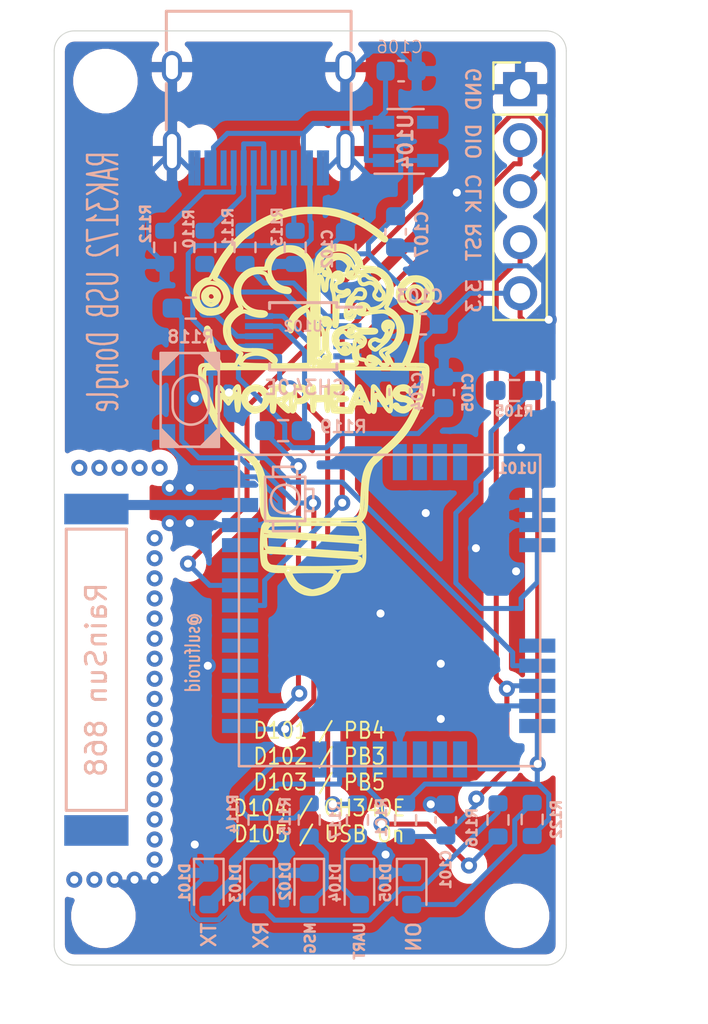
<source format=kicad_pcb>
(kicad_pcb (version 20171130) (host pcbnew "(5.1.12)-1")
  (layers (0 F.Cu signal) (31 B.Cu signal) (34 B.Paste user) (35 F.Paste user) (36 B.SilkS user) (37 F.SilkS user) (38 B.Mask user) (39 F.Mask user) (44 Edge.Cuts user))
  (net 0 "")
  (net 1 GND)
  (net 2 +3V3)
  (net 3 /RESET)
  (net 4 /SWCLK)
  (net 5 /SWDIO)
  (net 6 "Net-(J104-PadA7)")
  (net 7 "Net-(J104-PadA6)")
  (net 8 "Net-(J104-PadB5)")
  (net 9 "Net-(J104-PadA5)")
  (net 10 /BUT2)
  (net 11 /USB-)
  (net 12 /USB+)
  (net 13 /UART2TX)
  (net 14 /UART2RX)
  (net 15 "Net-(D101-Pad2)")
  (net 16 "Net-(D102-Pad2)")
  (net 17 "Net-(D103-Pad2)")
  (net 18 "Net-(R114-Pad1)")
  (net 19 "Net-(R115-Pad1)")
  (net 20 "Net-(R116-Pad1)")
  (net 21 /VUSB)
  (net 22 "Net-(D104-Pad2)")
  (net 23 "Net-(D105-Pad2)")
  (net 24 "Net-(R117-Pad1)")
  (net 25 "Net-(R118-Pad2)")
  (net 26 "Net-(R119-Pad2)")
  (net 27 "Net-(SW105-Pad1)")
  (net 28 "Net-(U101-Pad12)")
  (module 18650:LOGOMORH (layer F.Cu) (at 77.9 69.7)
    (fp_text reference REF** hide)
    (fp_text value LOGOMORH)
  )
  (module Capacitor_SMD:C_0603_1608Metric (layer B.Cu) (at 84.5 78.275 270)
    (fp_text reference C101 (at 2.475 0 270) (layer B.SilkS) (effects (font (size 0.5 0.5) (thickness 0.125)) (justify mirror)))
    (fp_text value 100nF)
    (pad 2 smd roundrect (at 0.775 0 270) (size 0.9 0.95) (layers B.Cu B.Paste B.Mask) (net 3 /RESET))
    (pad 1 smd roundrect (at -0.775 0 270) (size 0.9 0.95) (layers B.Cu B.Paste B.Mask) (net 1 GND))
  )
  (module Capacitor_SMD:C_0603_1608Metric (layer B.Cu) (at 79.5 49.775 270)
    (fp_text reference C102 (at 0.075 0.9 270) (layer B.SilkS) (effects (font (size 0.5 0.5) (thickness 0.125)) (justify mirror)))
    (fp_text value 100nF)
    (pad 1 smd roundrect (at -0.775 0 270) (size 0.9 0.95) (layers B.Cu B.Paste B.Mask) (net 1 GND))
    (pad 2 smd roundrect (at 0.775 0 270) (size 0.9 0.95) (layers B.Cu B.Paste B.Mask) (net 2 +3V3))
  )
  (module Resistor_SMD:R_0603_1608Metric (layer B.Cu) (at 82.5 78.275 270)
    (fp_text reference R101 (at -0.125 1.2 90) (layer B.SilkS) (effects (font (size 0.5 0.5) (thickness 0.125)) (justify mirror)))
    (fp_text value 10k)
    (pad 1 smd roundrect (at -0.825 0 270) (size 0.8 0.95) (layers B.Cu B.Paste B.Mask) (net 2 +3V3))
    (pad 2 smd roundrect (at 0.825 0 270) (size 0.8 0.95) (layers B.Cu B.Paste B.Mask) (net 3 /RESET))
  )
  (module 27sharp:RAK3172 (layer B.Cu) (at 89.2 60.1 270)
    (fp_text reference U101 (at 0.675 1.125 180) (layer B.SilkS) (effects (font (size 0.5 0.5) (thickness 0.125)) (justify mirror)))
    (fp_text value RAK3172)
    (pad 32 smd rect (at 15.165 10.99 90) (size 1.8 0.7) (layers B.Cu B.Paste B.Mask) (net 19 "Net-(R115-Pad1)"))
    (pad 31 smd rect (at 15.165 9.99 90) (size 1.8 0.7) (layers B.Cu B.Paste B.Mask) (net 18 "Net-(R114-Pad1)"))
    (pad 30 smd rect (at 15.165 8.99 90) (size 1.8 0.7) (layers B.Cu B.Paste B.Mask) (net 20 "Net-(R116-Pad1)"))
    (pad 29 smd rect (at 15.165 7.99 90) (size 1.8 0.7) (layers B.Cu B.Paste B.Mask))
    (pad 28 smd rect (at 15.165 6.99 90) (size 1.8 0.7) (layers B.Cu B.Paste B.Mask) (net 1 GND))
    (pad 27 smd rect (at 15.165 5.99 90) (size 1.8 0.7) (layers B.Cu B.Paste B.Mask))
    (pad 26 smd rect (at 15.165 4.99 90) (size 1.8 0.7) (layers B.Cu B.Paste B.Mask))
    (pad 25 smd rect (at 15.165 3.99 90) (size 1.8 0.7) (layers B.Cu B.Paste B.Mask))
    (pad 24 smd rect (at 13.5 0.145 180) (size 1.8 0.7) (layers B.Cu B.Paste B.Mask) (net 2 +3V3))
    (pad 23 smd rect (at 12.5 0.145 180) (size 1.8 0.7) (layers B.Cu B.Paste B.Mask) (net 1 GND))
    (pad 22 smd rect (at 11.5 0.145 180) (size 1.8 0.7) (layers B.Cu B.Paste B.Mask) (net 3 /RESET))
    (pad 21 smd rect (at 10.5 0.145 180) (size 1.8 0.7) (layers B.Cu B.Paste B.Mask) (net 27 "Net-(SW105-Pad1)"))
    (pad 20 smd rect (at 9.5 0.145 180) (size 1.8 0.7) (layers B.Cu B.Paste B.Mask))
    (pad 19 smd rect (at 4.5 0.145 180) (size 1.8 0.7) (layers B.Cu B.Paste B.Mask) (net 10 /BUT2))
    (pad 18 smd rect (at 3.5 0.145 180) (size 1.8 0.7) (layers B.Cu B.Paste B.Mask) (net 1 GND))
    (pad 17 smd rect (at 2.5 0.145 180) (size 1.8 0.7) (layers B.Cu B.Paste B.Mask) (net 1 GND))
    (pad 16 smd rect (at 0.365 3.99 90) (size 1.8 0.7) (layers B.Cu B.Paste B.Mask))
    (pad 15 smd rect (at 0.365 4.99 90) (size 1.8 0.7) (layers B.Cu B.Paste B.Mask))
    (pad 14 smd rect (at 0.365 5.99 90) (size 1.8 0.7) (layers B.Cu B.Paste B.Mask))
    (pad 13 smd rect (at 0.365 6.99 90) (size 1.8 0.7) (layers B.Cu B.Paste B.Mask))
    (pad 12 smd rect (at 2.5 14.945 180) (size 1.8 0.7) (layers B.Cu B.Paste B.Mask) (net 28 "Net-(U101-Pad12)"))
    (pad 11 smd rect (at 3.5 14.945 180) (size 1.8 0.7) (layers B.Cu B.Paste B.Mask) (net 1 GND))
    (pad 10 smd rect (at 4.5 14.945 180) (size 1.8 0.7) (layers B.Cu B.Paste B.Mask))
    (pad 9 smd rect (at 5.5 14.945 180) (size 1.8 0.7) (layers B.Cu B.Paste B.Mask))
    (pad 8 smd rect (at 6.5 14.945 180) (size 1.8 0.7) (layers B.Cu B.Paste B.Mask) (net 4 /SWCLK))
    (pad 7 smd rect (at 7.5 14.945 180) (size 1.8 0.7) (layers B.Cu B.Paste B.Mask) (net 5 /SWDIO))
    (pad 6 smd rect (at 8.5 14.945 180) (size 1.8 0.7) (layers B.Cu B.Paste B.Mask))
    (pad 5 smd rect (at 9.5 14.945 180) (size 1.8 0.7) (layers B.Cu B.Paste B.Mask))
    (pad 4 smd rect (at 10.5 14.945 180) (size 1.8 0.7) (layers B.Cu B.Paste B.Mask))
    (pad 3 smd rect (at 11.5 14.945 180) (size 1.8 0.7) (layers B.Cu B.Paste B.Mask))
    (pad 2 smd rect (at 12.5 14.945 180) (size 1.8 0.7) (layers B.Cu B.Paste B.Mask) (net 13 /UART2TX))
    (pad 1 smd rect (at 13.5 14.945 180) (size 1.8 0.7) (layers B.Cu B.Paste B.Mask) (net 14 /UART2RX))
  )
  (module Capacitor_SMD:C_0603_1608Metric (layer B.Cu) (at 82.2 56.975 270)
    (fp_text reference C104 (at -0.025 -0.9 270) (layer B.SilkS) (effects (font (size 0.5 0.5) (thickness 0.125)) (justify mirror)))
    (fp_text value 100nF)
    (pad 1 smd roundrect (at -0.775 0 270) (size 0.9 0.95) (layers B.Cu B.Paste B.Mask) (net 1 GND))
    (pad 2 smd roundrect (at 0.775 0 270) (size 0.9 0.95) (layers B.Cu B.Paste B.Mask) (net 2 +3V3))
  )
  (module Capacitor_SMD:C_0603_1608Metric (layer B.Cu) (at 84.4 57 270)
    (fp_text reference C105 (at 0 -1.2 90) (layer B.SilkS) (effects (font (size 0.5 0.5) (thickness 0.125)) (justify mirror)))
    (fp_text value 100nF)
    (pad 2 smd roundrect (at 0.775 0 270) (size 0.9 0.95) (layers B.Cu B.Paste B.Mask) (net 21 /VUSB))
    (pad 1 smd roundrect (at -0.775 0 270) (size 0.9 0.95) (layers B.Cu B.Paste B.Mask) (net 1 GND))
  )
  (module 27sharp:GT-USB-7010 (layer B.Cu) (at 75.184 42.672)
    (fp_text reference J104 hide)
    (fp_text value USB_C_Receptacle hide)
    (pad S1 thru_hole oval (at -4.32 -1.87) (size 1 1.6) (drill oval 0.6 1.2) (layers *.Cu *.Mask) (net 1 GND))
    (pad S1 thru_hole oval (at 4.32 -1.87) (size 1 1.6) (drill oval 0.6 1.2) (layers *.Cu *.Mask) (net 1 GND))
    (pad S1 thru_hole oval (at -4.32 2.31) (size 0.9 2.1) (drill oval 0.5 1.7) (layers *.Cu *.Mask) (net 1 GND))
    (pad S1 thru_hole oval (at 4.32 2.31) (size 0.9 2.1) (drill oval 0.5 1.7) (layers *.Cu *.Mask) (net 1 GND))
    (pad "" np_thru_hole circle (at -2.89 1.81) (size 0.65 0.65) (drill 0.65) (layers *.Cu *.Mask))
    (pad "" np_thru_hole circle (at 2.89 1.81) (size 0.65 0.65) (drill 0.65) (layers *.Cu *.Mask))
    (pad A7 smd rect (at 0.25 3.15) (size 0.3 1.75) (layers B.Cu B.Paste B.Mask) (net 6 "Net-(J104-PadA7)"))
    (pad B6 smd rect (at 0.75 3.15) (size 0.3 1.75) (layers B.Cu B.Paste B.Mask) (net 7 "Net-(J104-PadA6)"))
    (pad A8 smd rect (at 1.25 3.15) (size 0.3 1.75) (layers B.Cu B.Paste B.Mask))
    (pad B5 smd rect (at 1.75 3.15) (size 0.3 1.75) (layers B.Cu B.Paste B.Mask) (net 8 "Net-(J104-PadB5)"))
    (pad B7 smd rect (at -0.75 3.15) (size 0.3 1.75) (layers B.Cu B.Paste B.Mask) (net 6 "Net-(J104-PadA7)"))
    (pad B8 smd rect (at -1.75 3.15) (size 0.3 1.75) (layers B.Cu B.Paste B.Mask))
    (pad A5 smd rect (at -1.25 3.15) (size 0.3 1.75) (layers B.Cu B.Paste B.Mask) (net 9 "Net-(J104-PadA5)"))
    (pad A6 smd rect (at -0.25 3.15) (size 0.3 1.75) (layers B.Cu B.Paste B.Mask) (net 7 "Net-(J104-PadA6)"))
    (pad A1 smd rect (at -3.35 3.15) (size 0.3 1.75) (layers B.Cu B.Paste B.Mask) (net 1 GND))
    (pad B12 smd rect (at -3.05 3.15) (size 0.3 1.75) (layers B.Cu B.Paste B.Mask) (net 1 GND))
    (pad A4 smd rect (at -2.55 3.15) (size 0.3 1.75) (layers B.Cu B.Paste B.Mask) (net 21 /VUSB))
    (pad B9 smd rect (at -2.25 3.15) (size 0.3 1.75) (layers B.Cu B.Paste B.Mask) (net 21 /VUSB))
    (pad A9 smd rect (at 2.55 3.15) (size 0.3 1.75) (layers B.Cu B.Paste B.Mask) (net 21 /VUSB))
    (pad B4 smd rect (at 2.25 3.15) (size 0.3 1.75) (layers B.Cu B.Paste B.Mask) (net 21 /VUSB))
    (pad B1 smd rect (at 3.05 3.15) (size 0.3 1.75) (layers B.Cu B.Paste B.Mask) (net 1 GND))
    (pad A12 smd rect (at 3.35 3.15) (size 0.3 1.75) (layers B.Cu B.Paste B.Mask) (net 1 GND))
  )
  (module Resistor_SMD:R_0603_1608Metric_Pad0.98x0.95mm_HandSolder (layer B.Cu) (at 87.9 56.9 180)
    (fp_text reference R105 (at 0 -1.025) (layer B.SilkS) (effects (font (size 0.5 0.5) (thickness 0.125)) (justify mirror)))
    (fp_text value 1k)
    (pad 1 smd roundrect (at -0.9125 0 180) (size 0.975 0.95) (layers B.Cu B.Paste B.Mask) (net 10 /BUT2))
    (pad 2 smd roundrect (at 0.9125 0 180) (size 0.975 0.95) (layers B.Cu B.Paste B.Mask))
  )
  (module Resistor_SMD:R_0603_1608Metric (layer B.Cu) (at 72.5 49.775 270)
    (fp_text reference R110 (at -0.925 0.8 270) (layer B.SilkS) (effects (font (size 0.5 0.5) (thickness 0.125)) (justify mirror)))
    (fp_text value 22R)
    (pad 1 smd roundrect (at -0.825 0 270) (size 0.8 0.95) (layers B.Cu B.Paste B.Mask) (net 6 "Net-(J104-PadA7)"))
    (pad 2 smd roundrect (at 0.825 0 270) (size 0.8 0.95) (layers B.Cu B.Paste B.Mask) (net 11 /USB-))
  )
  (module Resistor_SMD:R_0603_1608Metric (layer B.Cu) (at 74.5 49.775 270)
    (fp_text reference R111 (at -1 0.85 90) (layer B.SilkS) (effects (font (size 0.5 0.5) (thickness 0.125)) (justify mirror)))
    (fp_text value 22R)
    (pad 2 smd roundrect (at 0.825 0 270) (size 0.8 0.95) (layers B.Cu B.Paste B.Mask) (net 12 /USB+))
    (pad 1 smd roundrect (at -0.825 0 270) (size 0.8 0.95) (layers B.Cu B.Paste B.Mask) (net 7 "Net-(J104-PadA6)"))
  )
  (module Resistor_SMD:R_0603_1608Metric (layer B.Cu) (at 70.5 49.775 270)
    (fp_text reference R112 (at -1.175 0.95 90) (layer B.SilkS) (effects (font (size 0.5 0.5) (thickness 0.125)) (justify mirror)))
    (fp_text value 5.1K)
    (pad 2 smd roundrect (at 0.825 0 270) (size 0.8 0.95) (layers B.Cu B.Paste B.Mask) (net 1 GND))
    (pad 1 smd roundrect (at -0.825 0 270) (size 0.8 0.95) (layers B.Cu B.Paste B.Mask) (net 9 "Net-(J104-PadA5)"))
  )
  (module Resistor_SMD:R_0603_1608Metric (layer B.Cu) (at 77 49.775 270)
    (fp_text reference R113 (at -1.025 0.9 270) (layer B.SilkS) (effects (font (size 0.5 0.5) (thickness 0.125)) (justify mirror)))
    (fp_text value 5.1K)
    (pad 1 smd roundrect (at -0.825 0 270) (size 0.8 0.95) (layers B.Cu B.Paste B.Mask) (net 8 "Net-(J104-PadB5)"))
    (pad 2 smd roundrect (at 0.825 0 270) (size 0.8 0.95) (layers B.Cu B.Paste B.Mask) (net 1 GND))
  )
  (module Package_SO:MSOP-10_3x3mm_P0.5mm (layer B.Cu) (at 77.4 54.2 180)
    (fp_text reference U102 (at 0 0.5) (layer B.SilkS) (effects (font (size 0.5 0.5) (thickness 0.1)) (justify mirror)))
    (fp_text value CH340E)
    (pad 1 smd rect (at -2.2 1 180) (size 1.4 0.3) (layers B.Cu B.Paste B.Mask) (net 12 /USB+))
    (pad 2 smd rect (at -2.2 0.5 180) (size 1.4 0.3) (layers B.Cu B.Paste B.Mask) (net 11 /USB-))
    (pad 3 smd rect (at -2.2 0 180) (size 1.4 0.3) (layers B.Cu B.Paste B.Mask) (net 1 GND))
    (pad 4 smd rect (at -2.2 -0.5 180) (size 1.4 0.3) (layers B.Cu B.Paste B.Mask))
    (pad 5 smd rect (at -2.2 -1 180) (size 1.4 0.3) (layers B.Cu B.Paste B.Mask))
    (pad 6 smd rect (at 2.2 -1 180) (size 1.4 0.3) (layers B.Cu B.Paste B.Mask) (net 24 "Net-(R117-Pad1)"))
    (pad 7 smd rect (at 2.2 -0.5 180) (size 1.4 0.3) (layers B.Cu B.Paste B.Mask) (net 21 /VUSB))
    (pad 8 smd rect (at 2.2 0 180) (size 1.4 0.3) (layers B.Cu B.Paste B.Mask) (net 25 "Net-(R118-Pad2)"))
    (pad 9 smd rect (at 2.2 0.5 180) (size 1.4 0.3) (layers B.Cu B.Paste B.Mask) (net 26 "Net-(R119-Pad2)"))
    (pad 10 smd rect (at 2.2 1 180) (size 1.4 0.3) (layers B.Cu B.Paste B.Mask) (net 2 +3V3))
  )
  (module LED_SMD:LED_0603_1608Metric (layer B.Cu) (at 72.7 81.7 270)
    (fp_text reference D101 (at -0.3 1.2 270) (layer B.SilkS) (effects (font (size 0.5 0.5) (thickness 0.125)) (justify mirror)))
    (fp_text value TX-YEL)
    (pad 2 smd roundrect (at 0.7875 0 270) (size 0.875 0.95) (layers B.Cu B.Paste B.Mask) (net 15 "Net-(D101-Pad2)"))
    (pad 1 smd roundrect (at -0.7875 0 270) (size 0.875 0.95) (layers B.Cu B.Paste B.Mask) (net 1 GND))
  )
  (module LED_SMD:LED_0603_1608Metric (layer B.Cu) (at 77.7 81.7 270)
    (fp_text reference D102 (at -0.375 1.2 270) (layer B.SilkS) (effects (font (size 0.5 0.5) (thickness 0.125)) (justify mirror)))
    (fp_text value GreenL)
    (pad 1 smd roundrect (at -0.7875 0 270) (size 0.875 0.95) (layers B.Cu B.Paste B.Mask) (net 1 GND))
    (pad 2 smd roundrect (at 0.7875 0 270) (size 0.875 0.95) (layers B.Cu B.Paste B.Mask) (net 16 "Net-(D102-Pad2)"))
  )
  (module LED_SMD:LED_0603_1608Metric (layer B.Cu) (at 75.2 81.7 270)
    (fp_text reference D103 (at -0.275 1.175 270) (layer B.SilkS) (effects (font (size 0.5 0.5) (thickness 0.125)) (justify mirror)))
    (fp_text value RX-RED)
    (pad 1 smd roundrect (at -0.7875 0 270) (size 0.875 0.95) (layers B.Cu B.Paste B.Mask) (net 1 GND))
    (pad 2 smd roundrect (at 0.7875 0 270) (size 0.875 0.95) (layers B.Cu B.Paste B.Mask) (net 17 "Net-(D103-Pad2)"))
  )
  (module Resistor_SMD:R_0603_1608Metric (layer B.Cu) (at 75.2 78.275 270)
    (fp_text reference R114 (at -0.3 1.3 270) (layer B.SilkS) (effects (font (size 0.5 0.5) (thickness 0.125)) (justify mirror)))
    (fp_text value 330R)
    (pad 2 smd roundrect (at 0.825 0 270) (size 0.8 0.95) (layers B.Cu B.Paste B.Mask) (net 15 "Net-(D101-Pad2)"))
    (pad 1 smd roundrect (at -0.825 0 270) (size 0.8 0.95) (layers B.Cu B.Paste B.Mask) (net 18 "Net-(R114-Pad1)"))
  )
  (module Resistor_SMD:R_0603_1608Metric (layer B.Cu) (at 77.7 78.275 270)
    (fp_text reference R115 (at -0.175 1.2 270) (layer B.SilkS) (effects (font (size 0.5 0.5) (thickness 0.125)) (justify mirror)))
    (fp_text value 330R)
    (pad 1 smd roundrect (at -0.825 0 270) (size 0.8 0.95) (layers B.Cu B.Paste B.Mask) (net 19 "Net-(R115-Pad1)"))
    (pad 2 smd roundrect (at 0.825 0 270) (size 0.8 0.95) (layers B.Cu B.Paste B.Mask) (net 16 "Net-(D102-Pad2)"))
  )
  (module Resistor_SMD:R_0603_1608Metric (layer B.Cu) (at 87.1 78.275 90)
    (fp_text reference R116 (at -0.375 -1.3 90) (layer B.SilkS) (effects (font (size 0.5 0.5) (thickness 0.125)) (justify mirror)))
    (fp_text value 330R)
    (pad 1 smd roundrect (at -0.825 0 90) (size 0.8 0.95) (layers B.Cu B.Paste B.Mask) (net 20 "Net-(R116-Pad1)"))
    (pad 2 smd roundrect (at 0.825 0 90) (size 0.8 0.95) (layers B.Cu B.Paste B.Mask) (net 17 "Net-(D103-Pad2)"))
  )
  (module Capacitor_SMD:C_0603_1608Metric (layer B.Cu) (at 82.275 41 180)
    (fp_text reference C106 (at 0.075 1.2) (layer B.SilkS) (effects (font (size 0.6 0.6) (thickness 0.07)) (justify mirror)))
    (fp_text value 1uF)
    (pad 1 smd roundrect (at -0.775 0 180) (size 0.9 0.95) (layers B.Cu B.Paste B.Mask) (net 1 GND))
    (pad 2 smd roundrect (at 0.775 0 180) (size 0.9 0.95) (layers B.Cu B.Paste B.Mask) (net 21 /VUSB))
  )
  (module Capacitor_SMD:C_0603_1608Metric (layer B.Cu) (at 82 49 90)
    (fp_text reference C107 (at -0.128 1.3 270) (layer B.SilkS) (effects (font (size 0.6 0.6) (thickness 0.125)) (justify mirror)))
    (fp_text value 1uF)
    (pad 2 smd roundrect (at 0.775 0 90) (size 0.9 0.95) (layers B.Cu B.Paste B.Mask) (net 2 +3V3))
    (pad 1 smd roundrect (at -0.775 0 90) (size 0.9 0.95) (layers B.Cu B.Paste B.Mask) (net 1 GND))
  )
  (module Package_TO_SOT_SMD:SOT-23-5 (layer B.Cu) (at 82.5 44.5)
    (fp_text reference U104 (at 0 0 90) (layer B.SilkS) (effects (font (size 0.7 0.7)) (justify mirror)))
    (fp_text value ME6211C33M5G-N)
    (pad 1 smd rect (at -1.1 0.95) (size 1.06 0.65) (layers B.Cu B.Paste B.Mask) (net 21 /VUSB))
    (pad 2 smd rect (at -1.1 0) (size 1.06 0.65) (layers B.Cu B.Paste B.Mask) (net 1 GND))
    (pad 3 smd rect (at -1.1 -0.95) (size 1.06 0.65) (layers B.Cu B.Paste B.Mask) (net 21 /VUSB))
    (pad 4 smd rect (at 1.1 -0.95) (size 1.06 0.65) (layers B.Cu B.Paste B.Mask))
    (pad 5 smd rect (at 1.1 0.95) (size 1.06 0.65) (layers B.Cu B.Paste B.Mask) (net 2 +3V3))
  )
  (module LED_SMD:LED_0603_1608Metric (layer B.Cu) (at 80.2 81.7 270)
    (fp_text reference D104 (at -0.3 1.2 270) (layer B.SilkS) (effects (font (size 0.5 0.5) (thickness 0.125)) (justify mirror)))
    (fp_text value Violet)
    (pad 1 smd roundrect (at -0.7875 0 270) (size 0.875 0.95) (layers B.Cu B.Paste B.Mask) (net 1 GND))
    (pad 2 smd roundrect (at 0.7875 0 270) (size 0.875 0.95) (layers B.Cu B.Paste B.Mask) (net 22 "Net-(D104-Pad2)"))
  )
  (module LED_SMD:LED_0603_1608Metric (layer B.Cu) (at 82.8 81.7 270)
    (fp_text reference D105 (at -0.3 1.3 270) (layer B.SilkS) (effects (font (size 0.5 0.5) (thickness 0.125)) (justify mirror)))
    (fp_text value ON-LED)
    (pad 2 smd roundrect (at 0.7875 0 270) (size 0.875 0.95) (layers B.Cu B.Paste B.Mask) (net 23 "Net-(D105-Pad2)"))
    (pad 1 smd roundrect (at -0.7875 0 270) (size 0.875 0.95) (layers B.Cu B.Paste B.Mask) (net 1 GND))
  )
  (module Resistor_SMD:R_0603_1608Metric_Pad0.98x0.95mm_HandSolder (layer B.Cu) (at 71.8 52.8)
    (fp_text reference R118 (at 0 1.43) (layer B.SilkS) (effects (font (size 0.6 0.6) (thickness 0.125)) (justify mirror)))
    (fp_text value 0R)
    (pad 1 smd roundrect (at -0.9125 0) (size 0.975 0.95) (layers B.Cu B.Paste B.Mask) (net 14 /UART2RX))
    (pad 2 smd roundrect (at 0.9125 0) (size 0.975 0.95) (layers B.Cu B.Paste B.Mask) (net 25 "Net-(R118-Pad2)"))
  )
  (module Resistor_SMD:R_0603_1608Metric_Pad0.98x0.95mm_HandSolder (layer B.Cu) (at 76.4 58.9)
    (fp_text reference R119 (at 3 -0.2) (layer B.SilkS) (effects (font (size 0.6 0.6) (thickness 0.125)) (justify mirror)))
    (fp_text value 0R)
    (pad 2 smd roundrect (at 0.9125 0) (size 0.975 0.95) (layers B.Cu B.Paste B.Mask) (net 26 "Net-(R119-Pad2)"))
    (pad 1 smd roundrect (at -0.9125 0) (size 0.975 0.95) (layers B.Cu B.Paste B.Mask) (net 13 /UART2TX))
  )
  (module Resistor_SMD:R_0603_1608Metric (layer B.Cu) (at 88.8 78.25 90)
    (fp_text reference R122 (at 0 1.2 90) (layer B.SilkS) (effects (font (size 0.5 0.5) (thickness 0.125)) (justify mirror)))
    (fp_text value 330R)
    (pad 1 smd roundrect (at -0.825 0 90) (size 0.8 0.95) (layers B.Cu B.Paste B.Mask) (net 2 +3V3))
    (pad 2 smd roundrect (at 0.825 0 90) (size 0.8 0.95) (layers B.Cu B.Paste B.Mask) (net 23 "Net-(D105-Pad2)"))
  )
  (module 27sharp:SKRPABE010 (layer B.Cu) (at 70.4 59.6 90)
    (fp_text reference SW105 hide)
    (fp_text value BOOT)
    (pad 2 smd rect (at 3.965 0.3 90) (size 1.05 0.65) (layers B.Cu B.Paste B.Mask) (net 1 GND))
    (pad 2 smd rect (at 0.5 0.3 90) (size 1.05 0.65) (layers B.Cu B.Paste B.Mask) (net 1 GND))
    (pad 1 smd rect (at 3.965 2.4 90) (size 1.05 0.65) (layers B.Cu B.Paste B.Mask) (net 27 "Net-(SW105-Pad1)"))
    (pad 1 smd rect (at 0.5 2.4 90) (size 1.05 0.65) (layers B.Cu B.Paste B.Mask) (net 27 "Net-(SW105-Pad1)"))
  )
  (module Capacitor_SMD:C_0603_1608Metric (layer B.Cu) (at 83.375 53.6)
    (fp_text reference C103 (at -0.175 -1.4) (layer B.SilkS) (effects (font (size 0.6 0.6) (thickness 0.125)) (justify mirror)))
    (fp_text value 10uF)
    (pad 1 smd roundrect (at -0.775 0) (size 0.9 0.95) (layers B.Cu B.Paste B.Mask) (net 1 GND))
    (pad 2 smd roundrect (at 0.775 0) (size 0.9 0.95) (layers B.Cu B.Paste B.Mask) (net 2 +3V3))
  )
  (module Connector_PinHeader_2.54mm:PinHeader_1x05_P2.54mm_Vertical (layer F.Cu) (at 88.2 41.9)
    (fp_text reference J101 hide)
    (fp_text value Prog_cnx)
    (pad 1 thru_hole rect (at 0 0) (size 1.7 1.7) (drill 1) (layers *.Cu *.Mask) (net 1 GND))
    (pad 2 thru_hole oval (at 0 2.54) (size 1.7 1.7) (drill 1) (layers *.Cu *.Mask) (net 5 /SWDIO))
    (pad 3 thru_hole oval (at 0 5.08) (size 1.7 1.7) (drill 1) (layers *.Cu *.Mask) (net 4 /SWCLK))
    (pad 4 thru_hole oval (at 0 7.62) (size 1.7 1.7) (drill 1) (layers *.Cu *.Mask) (net 3 /RESET))
    (pad 5 thru_hole oval (at 0 10.16) (size 1.7 1.7) (drill 1) (layers *.Cu *.Mask) (net 2 +3V3))
  )
  (module 27sharp:RainSun_Antenna (layer B.Cu) (at 65.6 62.8 270)
    (fp_text reference U103 hide)
    (fp_text value RainSun_Antenna)
    (fp_text user "RainSun 868" (at 8.5 -1.5 270) (layer B.SilkS) (effects (justify mirror)))
    (pad 2 smd rect (at 16 -1.5 270) (size 1.524 3.2) (layers B.Cu B.Paste B.Mask))
    (pad 1 smd rect (at 0 -1.5 270) (size 1.524 3.2) (layers B.Cu B.Paste B.Mask) (net 28 "Net-(U101-Pad12)"))
  )
  (module Resistor_SMD:R_0603_1608Metric (layer B.Cu) (at 80.1 78.275 270)
    (fp_text reference R117 (at 0.0125 1.1 90) (layer B.SilkS) (effects (font (size 0.5 0.5) (thickness 0.125)) (justify mirror)))
    (fp_text value 1.2k)
    (pad 1 smd roundrect (at -0.825 0 270) (size 0.8 0.95) (layers B.Cu B.Paste B.Mask) (net 24 "Net-(R117-Pad1)"))
    (pad 2 smd roundrect (at 0.825 0 270) (size 0.8 0.95) (layers B.Cu B.Paste B.Mask) (net 22 "Net-(D104-Pad2)"))
  )
  (module MountingHole:MountingHole_2.2mm_M2 (layer F.Cu) (at 67.55 41.5)
    (fp_text reference H101 hide)
    (fp_text value MountingHole)
    (pad 1 np_thru_hole circle (at 0 0) (size 2.2 2.2) (drill 2.2) (layers *.Cu *.Mask))
  )
  (module MountingHole:MountingHole_2.2mm_M2 (layer F.Cu) (at 67.45 83.05)
    (fp_text reference H102 hide)
    (fp_text value MountingHole)
    (pad 1 np_thru_hole circle (at 0 0) (size 2.2 2.2) (drill 2.2) (layers *.Cu *.Mask))
  )
  (module MountingHole:MountingHole_2.2mm_M2 (layer F.Cu) (at 88.05 83.05)
    (fp_text reference H103 hide)
    (fp_text value MountingHole)
    (pad 1 np_thru_hole circle (at 0 0) (size 2.2 2.2) (drill 2.2) (layers *.Cu *.Mask))
  )
  (gr_text "D101 / PB4\nD102 / PB3\nD103 / PB5\nD104 / CH340E\nD105 / USB On\n" (at 78.2 76.4) (layer F.SilkS) (effects (font (size 0.8 0.7) (thickness 0.1))))
  (gr_text @sulfuroid (at 71.9 69.95 90) (layer B.SilkS) (effects (font (size 0.7 0.5) (thickness 0.1)) (justify mirror)))
  (gr_text MSG (at 77.75 84.15 90) (layer B.SilkS) (effects (font (size 0.5 0.5) (thickness 0.125)) (justify mirror)))
  (gr_text CH340E (at 77.5 56.75) (layer B.SilkS) (effects (font (size 0.7 0.7) (thickness 0.125)) (justify mirror)))
  (gr_text "RAK3172 USB Dongle" (at 67.45 51.5 90) (layer B.SilkS) (effects (font (size 1.5 0.8) (thickness 0.125)) (justify mirror)))
  (gr_text ON (at 82.9 84.1 90) (layer B.SilkS) (effects (font (size 0.7 0.7) (thickness 0.125)) (justify mirror)))
  (gr_text UART (at 80.2 84.3 90) (layer B.SilkS) (effects (font (size 0.5 0.5) (thickness 0.125)) (justify mirror)))
  (gr_text RX (at 75.3 84 90) (layer B.SilkS) (effects (font (size 0.7 0.7) (thickness 0.125)) (justify mirror)))
  (gr_text TX (at 72.7 84 90) (layer B.SilkS) (effects (font (size 0.7 0.7) (thickness 0.125)) (justify mirror)))
  (gr_text 3.3 (at 85.9 52.2 90) (layer B.SilkS) (effects (font (size 0.7 0.7) (thickness 0.125)) (justify mirror)))
  (gr_text GND (at 85.9 41.9 90) (layer B.SilkS) (effects (font (size 0.7 0.7) (thickness 0.125)) (justify mirror)))
  (gr_text DIO (at 85.9 44.5 90) (layer B.SilkS) (effects (font (size 0.7 0.7) (thickness 0.125)) (justify mirror)))
  (gr_text CLK (at 85.9 47.1 90) (layer B.SilkS) (effects (font (size 0.7 0.7) (thickness 0.125)) (justify mirror)))
  (gr_text RST (at 85.9 49.5 90) (layer B.SilkS) (effects (font (size 0.7 0.7) (thickness 0.125)) (justify mirror)))
  (gr_arc (start 66 84.5) (end 65 84.5) (angle -90) (layer Edge.Cuts) (width 0.05))
  (gr_arc (start 89.5 84.5) (end 89.5 85.5) (angle -90) (layer Edge.Cuts) (width 0.05))
  (gr_arc (start 89.5 40) (end 90.5 40) (angle -90) (layer Edge.Cuts) (width 0.05))
  (gr_arc (start 66 40) (end 66 39) (angle -90) (layer Edge.Cuts) (width 0.05))
  (gr_line (start 65 84.5) (end 65 40) (layer Edge.Cuts) (width 0.05))
  (gr_line (start 89.5 85.5) (end 66 85.5) (layer Edge.Cuts) (width 0.05))
  (gr_line (start 90.5 40) (end 90.5 84.5) (layer Edge.Cuts) (width 0.05))
  (gr_line (start 66 39) (end 89.5 39) (layer Edge.Cuts) (width 0.05))
  (via (at 70 80.25) (size 0.8) (drill 0.4) (layers F.Cu B.Cu) (net 0))
  (via (at 70 79.25) (size 0.8) (drill 0.4) (layers F.Cu B.Cu) (net 0))
  (via (at 70 78.25) (size 0.8) (drill 0.4) (layers F.Cu B.Cu) (net 0))
  (via (at 70 77.25) (size 0.8) (drill 0.4) (layers F.Cu B.Cu) (net 0))
  (via (at 70 76.25) (size 0.8) (drill 0.4) (layers F.Cu B.Cu) (net 0))
  (via (at 70 75.25) (size 0.8) (drill 0.4) (layers F.Cu B.Cu) (net 0))
  (via (at 70 74.25) (size 0.8) (drill 0.4) (layers F.Cu B.Cu) (net 0))
  (via (at 70 73.25) (size 0.8) (drill 0.4) (layers F.Cu B.Cu) (net 0))
  (via (at 70 72.25) (size 0.8) (drill 0.4) (layers F.Cu B.Cu) (net 0))
  (via (at 70 71.25) (size 0.8) (drill 0.4) (layers F.Cu B.Cu) (net 0))
  (via (at 70 70.25) (size 0.8) (drill 0.4) (layers F.Cu B.Cu) (net 0))
  (via (at 70 69.25) (size 0.8) (drill 0.4) (layers F.Cu B.Cu) (net 0))
  (via (at 70 68.25) (size 0.8) (drill 0.4) (layers F.Cu B.Cu) (net 0))
  (via (at 70 67.25) (size 0.8) (drill 0.4) (layers F.Cu B.Cu) (net 0))
  (via (at 70 66.25) (size 0.8) (drill 0.4) (layers F.Cu B.Cu) (net 0))
  (via (at 70 65.25) (size 0.8) (drill 0.4) (layers F.Cu B.Cu) (net 0))
  (via (at 70 64.25) (size 0.8) (drill 0.4) (layers F.Cu B.Cu) (net 0))
  (via (at 70.25 60.75) (size 0.8) (drill 0.4) (layers F.Cu B.Cu) (net 0))
  (via (at 69.25 60.75) (size 0.8) (drill 0.4) (layers F.Cu B.Cu) (net 0))
  (via (at 68.25 60.75) (size 0.8) (drill 0.4) (layers F.Cu B.Cu) (net 0))
  (via (at 67.25 60.75) (size 0.8) (drill 0.4) (layers F.Cu B.Cu) (net 0))
  (via (at 66.25 60.75) (size 0.8) (drill 0.4) (layers F.Cu B.Cu) (net 0))
  (via (at 66 81.25) (size 0.8) (drill 0.4) (layers F.Cu B.Cu) (net 0))
  (segment (start 74.255 63.6) (end 75.9 63.6) (width 0.25) (layer B.Cu) (net 1))
  (segment (start 76.25 63.25) (end 76.25 62.38641) (width 0.25) (layer B.Cu) (net 1))
  (segment (start 75.9 63.6) (end 76.25 63.25) (width 0.25) (layer B.Cu) (net 1))
  (segment (start 75.0636 61.20001) (end 74.45001 61.20001) (width 0.25) (layer B.Cu) (net 1))
  (segment (start 76.25 62.38641) (end 75.0636 61.20001) (width 0.25) (layer B.Cu) (net 1))
  (segment (start 74.45001 61.20001) (end 74 60.75) (width 0.25) (layer B.Cu) (net 1))
  (segment (start 74 60.75) (end 71.75 60.75) (width 0.25) (layer B.Cu) (net 1))
  (segment (start 70.7 59.7) (end 70.7 59.1) (width 0.25) (layer B.Cu) (net 1))
  (segment (start 71.75 60.75) (end 70.7 59.7) (width 0.25) (layer B.Cu) (net 1))
  (segment (start 82.920001 50.695001) (end 82 49.775) (width 0.25) (layer B.Cu) (net 1))
  (segment (start 88.574003 50.695001) (end 82.920001 50.695001) (width 0.25) (layer B.Cu) (net 1))
  (segment (start 89.375001 51.495999) (end 88.574003 50.695001) (width 0.25) (layer B.Cu) (net 1))
  (segment (start 89.375001 52.624001) (end 89.375001 51.495999) (width 0.25) (layer B.Cu) (net 1))
  (segment (start 84.4 56.225) (end 85.774002 56.225) (width 0.25) (layer B.Cu) (net 1))
  (segment (start 82 54.2) (end 82.6 53.6) (width 0.25) (layer B.Cu) (net 1))
  (segment (start 82.2 54.95) (end 81.45 54.2) (width 0.25) (layer B.Cu) (net 1))
  (segment (start 82.2 56.2) (end 82.2 54.95) (width 0.25) (layer B.Cu) (net 1))
  (segment (start 81.45 54.2) (end 82 54.2) (width 0.25) (layer B.Cu) (net 1))
  (segment (start 79.6 54.2) (end 81.45 54.2) (width 0.25) (layer B.Cu) (net 1))
  (segment (start 89.055 62.6) (end 89.055 60.945) (width 0.25) (layer B.Cu) (net 1))
  (segment (start 89.62501 60.37499) (end 89.62501 53.37501) (width 0.25) (layer B.Cu) (net 1))
  (segment (start 89.055 60.945) (end 89.62501 60.37499) (width 0.25) (layer B.Cu) (net 1))
  (segment (start 89.62501 53.37501) (end 89.124501 52.874501) (width 0.25) (layer B.Cu) (net 1))
  (segment (start 89.124501 52.874501) (end 89.375001 52.624001) (width 0.25) (layer B.Cu) (net 1))
  (segment (start 85.774002 56.225) (end 89.124501 52.874501) (width 0.25) (layer B.Cu) (net 1))
  (segment (start 89.055 72.6) (end 86.6 72.6) (width 0.25) (layer B.Cu) (net 1))
  (segment (start 86.6 72.6) (end 86.25 72.25) (width 0.25) (layer B.Cu) (net 1))
  (segment (start 86.25 72.25) (end 83.5 72.25) (width 0.25) (layer B.Cu) (net 1))
  (segment (start 82.21 73.54) (end 82.21 75.265) (width 0.25) (layer B.Cu) (net 1))
  (segment (start 83.5 72.25) (end 82.21 73.54) (width 0.25) (layer B.Cu) (net 1))
  (via (at 86 64.75) (size 0.8) (drill 0.4) (layers F.Cu B.Cu) (net 1))
  (segment (start 86.755 64.75) (end 86 64.75) (width 0.25) (layer B.Cu) (net 1))
  (segment (start 87.905 63.6) (end 86.755 64.75) (width 0.25) (layer B.Cu) (net 1))
  (segment (start 89.055 63.6) (end 87.905 63.6) (width 0.25) (layer B.Cu) (net 1))
  (via (at 84.25 70.5) (size 0.8) (drill 0.4) (layers F.Cu B.Cu) (net 1))
  (segment (start 86 68.75) (end 84.25 70.5) (width 0.25) (layer F.Cu) (net 1))
  (segment (start 86 64.75) (end 86 68.75) (width 0.25) (layer F.Cu) (net 1))
  (segment (start 83.5 71.25) (end 83.5 72.25) (width 0.25) (layer B.Cu) (net 1))
  (segment (start 84.25 70.5) (end 83.5 71.25) (width 0.25) (layer B.Cu) (net 1))
  (segment (start 75.2 80.9125) (end 77.7 80.9125) (width 0.25) (layer B.Cu) (net 1))
  (segment (start 71.704 45.822) (end 70.864 44.982) (width 0.25) (layer B.Cu) (net 1))
  (segment (start 72.134 45.822) (end 71.704 45.822) (width 0.25) (layer B.Cu) (net 1))
  (segment (start 69.69999 46.14601) (end 70.864 44.982) (width 0.25) (layer B.Cu) (net 1))
  (segment (start 69.69999 49.79999) (end 69.69999 46.14601) (width 0.25) (layer B.Cu) (net 1))
  (segment (start 70.5 50.6) (end 69.69999 49.79999) (width 0.25) (layer B.Cu) (net 1))
  (segment (start 78.664 45.822) (end 79.504 44.982) (width 0.25) (layer B.Cu) (net 1))
  (segment (start 78.534 45.822) (end 78.664 45.822) (width 0.25) (layer B.Cu) (net 1))
  (segment (start 82.255001 44.575001) (end 82.255001 46.244999) (width 0.25) (layer B.Cu) (net 1))
  (segment (start 82.18 44.5) (end 82.255001 44.575001) (width 0.25) (layer B.Cu) (net 1))
  (segment (start 81.4 44.5) (end 82.18 44.5) (width 0.25) (layer B.Cu) (net 1))
  (segment (start 79.504 45.04571) (end 79.504 44.982) (width 0.25) (layer B.Cu) (net 1))
  (segment (start 80.703289 46.244999) (end 79.504 45.04571) (width 0.25) (layer B.Cu) (net 1))
  (segment (start 82.255001 46.244999) (end 80.703289 46.244999) (width 0.25) (layer B.Cu) (net 1))
  (segment (start 82.255001 46.244999) (end 79.5 49) (width 0.25) (layer B.Cu) (net 1))
  (segment (start 77.9 50.6) (end 77 50.6) (width 0.25) (layer B.Cu) (net 1))
  (segment (start 79.5 49) (end 77.9 50.6) (width 0.25) (layer B.Cu) (net 1))
  (segment (start 79.504 40.802) (end 79.948 40.802) (width 0.25) (layer B.Cu) (net 1))
  (segment (start 79.948 40.802) (end 80.75 40) (width 0.25) (layer B.Cu) (net 1))
  (segment (start 82.05 40) (end 83.05 41) (width 0.25) (layer B.Cu) (net 1))
  (segment (start 80.75 40) (end 82.05 40) (width 0.25) (layer B.Cu) (net 1))
  (via (at 70 81.25) (size 0.8) (drill 0.4) (layers F.Cu B.Cu) (net 1))
  (via (at 70.75 63.5) (size 0.8) (drill 0.4) (layers F.Cu B.Cu) (net 1))
  (via (at 71.75 63.5) (size 0.8) (drill 0.4) (layers F.Cu B.Cu) (net 1))
  (via (at 71.75 61.75) (size 0.8) (drill 0.4) (layers F.Cu B.Cu) (net 1))
  (via (at 70.75 61.75) (size 0.8) (drill 0.4) (layers F.Cu B.Cu) (net 1))
  (via (at 67 81.25) (size 0.8) (drill 0.4) (layers F.Cu B.Cu) (net 1))
  (via (at 68 81.25) (size 0.8) (drill 0.4) (layers F.Cu B.Cu) (net 1))
  (via (at 69 81.25) (size 0.8) (drill 0.4) (layers F.Cu B.Cu) (net 1))
  (via (at 84.25 73.25) (size 0.8) (drill 0.4) (layers F.Cu B.Cu) (net 1))
  (via (at 83.75 77.5) (size 0.8) (drill 0.4) (layers F.Cu B.Cu) (net 1))
  (segment (start 83.75 77.5) (end 84.5 77.5) (width 0.25) (layer B.Cu) (net 1))
  (segment (start 75.2 81.231494) (end 75.2 80.9125) (width 0.25) (layer B.Cu) (net 1))
  (segment (start 72.218516 83.25001) (end 73.181484 83.25001) (width 0.25) (layer B.Cu) (net 1))
  (segment (start 73.181484 83.25001) (end 75.2 81.231494) (width 0.25) (layer B.Cu) (net 1))
  (segment (start 71.89999 82.931484) (end 72.218516 83.25001) (width 0.25) (layer B.Cu) (net 1))
  (segment (start 71.89999 81.71251) (end 71.89999 82.931484) (width 0.25) (layer B.Cu) (net 1))
  (segment (start 72.7 80.9125) (end 71.89999 81.71251) (width 0.25) (layer B.Cu) (net 1))
  (via (at 81.5 80) (size 0.8) (drill 0.4) (layers F.Cu B.Cu) (net 1))
  (segment (start 81.5875 80.0875) (end 81.5 80) (width 0.25) (layer B.Cu) (net 1))
  (segment (start 81.5875 80.9125) (end 81.5875 80.0875) (width 0.25) (layer B.Cu) (net 1))
  (segment (start 80.2 80.9125) (end 81.5875 80.9125) (width 0.25) (layer B.Cu) (net 1))
  (segment (start 81.5875 80.9125) (end 82.8 80.9125) (width 0.25) (layer B.Cu) (net 1))
  (segment (start 81.5 80) (end 79.5 82) (width 0.25) (layer F.Cu) (net 1))
  (segment (start 79.5 82) (end 76.5 82) (width 0.25) (layer F.Cu) (net 1))
  (segment (start 76.5 82) (end 75 82) (width 0.25) (layer F.Cu) (net 1))
  (segment (start 75 82) (end 74 83) (width 0.25) (layer F.Cu) (net 1))
  (segment (start 74 83) (end 73 83) (width 0.25) (layer F.Cu) (net 1))
  (segment (start 73 83) (end 71.5 81.5) (width 0.25) (layer F.Cu) (net 1))
  (via (at 72 79.5) (size 0.8) (drill 0.4) (layers F.Cu B.Cu) (net 1))
  (segment (start 71.5 80) (end 72 79.5) (width 0.25) (layer F.Cu) (net 1))
  (segment (start 71.5 81.5) (end 71.5 80) (width 0.25) (layer F.Cu) (net 1))
  (segment (start 72 80.2125) (end 72.7 80.9125) (width 0.25) (layer B.Cu) (net 1))
  (segment (start 72 79.5) (end 72 80.2125) (width 0.25) (layer B.Cu) (net 1))
  (via (at 83.5 63) (size 0.8) (drill 0.4) (layers F.Cu B.Cu) (net 1))
  (via (at 81.25 68) (size 0.8) (drill 0.4) (layers F.Cu B.Cu) (net 1))
  (via (at 88.25 59.75) (size 0.8) (drill 0.4) (layers F.Cu B.Cu) (net 1))
  (segment (start 89.62501 53.37501) (end 89.62501 53.37501) (width 0.25) (layer B.Cu) (net 1))
  (via (at 89.62501 53.37501) (size 0.8) (drill 0.4) (layers F.Cu B.Cu) (net 1))
  (via (at 85.05 47.05) (size 0.8) (drill 0.4) (layers F.Cu B.Cu) (net 1))
  (via (at 72.65 70.6) (size 0.8) (drill 0.4) (layers F.Cu B.Cu) (net 1))
  (via (at 73.7 57) (size 0.8) (drill 0.4) (layers F.Cu B.Cu) (net 1))
  (via (at 72 57.3) (size 0.8) (drill 0.4) (layers F.Cu B.Cu) (net 1))
  (via (at 88 65.9) (size 0.8) (drill 0.4) (layers F.Cu B.Cu) (net 1))
  (segment (start 80.6478 50.0978) (end 84.15 53.6) (width 0.25) (layer B.Cu) (net 2))
  (segment (start 82 48.225) (end 80.6478 49.5772) (width 0.25) (layer B.Cu) (net 2))
  (segment (start 80.6478 49.5772) (end 80.6478 50.0978) (width 0.25) (layer B.Cu) (net 2))
  (segment (start 80.6478 50.0978) (end 79.9522 50.0978) (width 0.25) (layer B.Cu) (net 2))
  (segment (start 79.9522 50.0978) (end 79.5 50.55) (width 0.25) (layer B.Cu) (net 2))
  (segment (start 88.2 52.06) (end 85.69 52.06) (width 0.25) (layer B.Cu) (net 2))
  (segment (start 85.69 52.06) (end 84.15 53.6) (width 0.25) (layer B.Cu) (net 2))
  (segment (start 82.7447 45.45) (end 82.7447 47.4803) (width 0.25) (layer B.Cu) (net 2))
  (segment (start 82.7447 47.4803) (end 82 48.225) (width 0.25) (layer B.Cu) (net 2))
  (segment (start 82.2 57.6017) (end 80.6678 57.6017) (width 0.25) (layer B.Cu) (net 2))
  (segment (start 80.6678 57.6017) (end 78.5746 55.5085) (width 0.25) (layer B.Cu) (net 2))
  (segment (start 78.5746 55.5085) (end 78.5746 55.3727) (width 0.25) (layer B.Cu) (net 2))
  (segment (start 78.5746 55.3727) (end 76.4019 53.2) (width 0.25) (layer B.Cu) (net 2))
  (segment (start 76.4019 53.2) (end 75.2 53.2) (width 0.25) (layer B.Cu) (net 2))
  (segment (start 84.15 53.6) (end 83.3 54.45) (width 0.25) (layer B.Cu) (net 2))
  (segment (start 83.3 54.45) (end 83.3 56.5017) (width 0.25) (layer B.Cu) (net 2))
  (segment (start 83.3 56.5017) (end 82.2 57.6017) (width 0.25) (layer B.Cu) (net 2))
  (segment (start 82.2 57.6017) (end 82.2 57.75) (width 0.25) (layer B.Cu) (net 2))
  (segment (start 88.2 52.06) (end 88.2 53.2353) (width 0.25) (layer F.Cu) (net 2))
  (segment (start 88.2 53.2353) (end 89.0785 54.1138) (width 0.25) (layer F.Cu) (net 2))
  (segment (start 89.0785 54.1138) (end 89.0785 75.4871) (width 0.25) (layer F.Cu) (net 2))
  (segment (start 89.0785 75.4871) (end 89.055 75.4636) (width 0.25) (layer B.Cu) (net 2))
  (segment (start 89.055 75.4636) (end 89.055 73.6) (width 0.25) (layer B.Cu) (net 2))
  (segment (start 89.055 76.4363) (end 89.055 75.5106) (width 0.25) (layer B.Cu) (net 2))
  (segment (start 89.055 75.5106) (end 89.0785 75.4871) (width 0.25) (layer B.Cu) (net 2))
  (segment (start 89.055 76.4363) (end 89.0009 76.4904) (width 0.25) (layer B.Cu) (net 2))
  (segment (start 89.0009 76.4904) (end 83.4596 76.4904) (width 0.25) (layer B.Cu) (net 2))
  (segment (start 83.4596 76.4904) (end 82.5 77.45) (width 0.25) (layer B.Cu) (net 2))
  (segment (start 88.8 79.075) (end 89.6242 78.2508) (width 0.25) (layer B.Cu) (net 2))
  (segment (start 89.6242 78.2508) (end 89.6242 77.0055) (width 0.25) (layer B.Cu) (net 2))
  (segment (start 89.6242 77.0055) (end 89.055 76.4363) (width 0.25) (layer B.Cu) (net 2))
  (segment (start 83.6 45.45) (end 82.7447 45.45) (width 0.25) (layer B.Cu) (net 2))
  (via (at 89.0785 75.4871) (size 0.8) (layers F.Cu B.Cu) (net 2))
  (segment (start 88.2 49.52) (end 88.2 50.6953) (width 0.25) (layer F.Cu) (net 3))
  (segment (start 88.2 50.6953) (end 87.8327 50.6953) (width 0.25) (layer F.Cu) (net 3))
  (segment (start 87.8327 50.6953) (end 87.012 51.516) (width 0.25) (layer F.Cu) (net 3))
  (segment (start 87.012 51.516) (end 87.012 71.2137) (width 0.25) (layer F.Cu) (net 3))
  (segment (start 87.012 71.2137) (end 87.542 71.7437) (width 0.25) (layer F.Cu) (net 3))
  (segment (start 89.055 71.6) (end 87.8297 71.6) (width 0.25) (layer B.Cu) (net 3))
  (segment (start 87.542 71.7437) (end 87.686 71.7437) (width 0.25) (layer B.Cu) (net 3))
  (segment (start 87.686 71.7437) (end 87.8297 71.6) (width 0.25) (layer B.Cu) (net 3))
  (segment (start 86.02 77.216) (end 87.542 75.694) (width 0.25) (layer F.Cu) (net 3))
  (segment (start 87.542 75.694) (end 87.542 71.7437) (width 0.25) (layer F.Cu) (net 3))
  (segment (start 84.5 79.05) (end 86.02 77.53) (width 0.25) (layer B.Cu) (net 3))
  (segment (start 86.02 77.53) (end 86.02 77.216) (width 0.25) (layer B.Cu) (net 3))
  (segment (start 82.5 79.1) (end 84.45 79.1) (width 0.25) (layer B.Cu) (net 3))
  (segment (start 84.45 79.1) (end 84.5 79.05) (width 0.25) (layer B.Cu) (net 3))
  (via (at 87.542 71.7437) (size 0.8) (layers F.Cu B.Cu) (net 3))
  (via (at 86.02 77.216) (size 0.8) (layers F.Cu B.Cu) (net 3))
  (segment (start 71.6625 65.5186) (end 72.7439 66.6) (width 0.25) (layer B.Cu) (net 4))
  (segment (start 72.7439 66.6) (end 74.255 66.6) (width 0.25) (layer B.Cu) (net 4))
  (segment (start 88.2 46.98) (end 89.403 45.777) (width 0.25) (layer F.Cu) (net 4))
  (segment (start 89.403 45.777) (end 89.403 43.9254) (width 0.25) (layer F.Cu) (net 4))
  (segment (start 89.403 43.9254) (end 88.7124 43.2348) (width 0.25) (layer F.Cu) (net 4))
  (segment (start 88.7124 43.2348) (end 87.7036 43.2348) (width 0.25) (layer F.Cu) (net 4))
  (segment (start 87.7036 43.2348) (end 78.8936 52.0448) (width 0.25) (layer F.Cu) (net 4))
  (segment (start 78.8936 52.0448) (end 78.8936 53.4257) (width 0.25) (layer F.Cu) (net 4))
  (segment (start 78.8936 53.4257) (end 74.6015 57.7178) (width 0.25) (layer F.Cu) (net 4))
  (segment (start 74.6015 57.7178) (end 74.6015 62.5796) (width 0.25) (layer F.Cu) (net 4))
  (segment (start 74.6015 62.5796) (end 71.6625 65.5186) (width 0.25) (layer F.Cu) (net 4))
  (via (at 71.6625 65.5186) (size 0.8) (layers F.Cu B.Cu) (net 4))
  (segment (start 79.344 62.4902) (end 75.4803 66.3539) (width 0.25) (layer B.Cu) (net 5))
  (segment (start 75.4803 66.3539) (end 75.4803 67.6) (width 0.25) (layer B.Cu) (net 5))
  (segment (start 74.255 67.6) (end 75.4803 67.6) (width 0.25) (layer B.Cu) (net 5))
  (segment (start 88.2 44.44) (end 88.2 45.6153) (width 0.25) (layer F.Cu) (net 5))
  (segment (start 88.2 45.6153) (end 87.8973 45.6153) (width 0.25) (layer F.Cu) (net 5))
  (segment (start 87.8973 45.6153) (end 79.344 54.1686) (width 0.25) (layer F.Cu) (net 5))
  (segment (start 79.344 54.1686) (end 79.344 62.4902) (width 0.25) (layer F.Cu) (net 5))
  (via (at 79.344 62.4902) (size 0.8) (layers F.Cu B.Cu) (net 5))
  (segment (start 75.434 45.822) (end 75.434 44.6217) (width 0.25) (layer B.Cu) (net 6))
  (segment (start 74.434 45.822) (end 74.434 44.6217) (width 0.25) (layer B.Cu) (net 6))
  (segment (start 74.434 44.6217) (end 75.434 44.6217) (width 0.25) (layer B.Cu) (net 6))
  (segment (start 72.5 48.95) (end 72.6854 48.95) (width 0.25) (layer B.Cu) (net 6))
  (segment (start 72.6854 48.95) (end 74.434 47.2014) (width 0.25) (layer B.Cu) (net 6))
  (segment (start 74.434 47.2014) (end 74.434 45.822) (width 0.25) (layer B.Cu) (net 6))
  (segment (start 74.934 47.0223) (end 74.934 45.822) (width 0.25) (layer B.Cu) (net 7))
  (segment (start 74.5 48.95) (end 74.934 48.516) (width 0.25) (layer B.Cu) (net 7))
  (segment (start 74.934 48.516) (end 74.934 47.0223) (width 0.25) (layer B.Cu) (net 7))
  (segment (start 74.934 47.0223) (end 75.934 47.0223) (width 0.25) (layer B.Cu) (net 7))
  (segment (start 75.934 45.822) (end 75.934 47.0223) (width 0.25) (layer B.Cu) (net 7))
  (segment (start 77 48.95) (end 76.934 48.884) (width 0.25) (layer B.Cu) (net 8))
  (segment (start 76.934 48.884) (end 76.934 45.822) (width 0.25) (layer B.Cu) (net 8))
  (segment (start 73.934 45.822) (end 73.934 47.0223) (width 0.25) (layer B.Cu) (net 9))
  (segment (start 70.5 48.95) (end 72.4277 47.0223) (width 0.25) (layer B.Cu) (net 9))
  (segment (start 72.4277 47.0223) (end 73.934 47.0223) (width 0.25) (layer B.Cu) (net 9))
  (segment (start 89.055 66.445) (end 89.055 64.6) (width 0.25) (layer B.Cu) (net 10))
  (segment (start 88.25 67.75) (end 88.25 67.25) (width 0.25) (layer B.Cu) (net 10))
  (segment (start 88.25 67.25) (end 89.055 66.445) (width 0.25) (layer B.Cu) (net 10))
  (segment (start 85 63) (end 85 66.47999) (width 0.25) (layer B.Cu) (net 10))
  (segment (start 86.27001 67.75) (end 88.25 67.75) (width 0.25) (layer B.Cu) (net 10))
  (segment (start 86 62) (end 85 63) (width 0.25) (layer B.Cu) (net 10))
  (segment (start 86 61.5) (end 86 62) (width 0.25) (layer B.Cu) (net 10))
  (segment (start 85 66.47999) (end 86.27001 67.75) (width 0.25) (layer B.Cu) (net 10))
  (segment (start 86.75 60.75) (end 86 61.5) (width 0.25) (layer B.Cu) (net 10))
  (segment (start 86.75 58.9625) (end 86.75 60.75) (width 0.25) (layer B.Cu) (net 10))
  (segment (start 88.8125 56.9) (end 86.75 58.9625) (width 0.25) (layer B.Cu) (net 10))
  (segment (start 79.6 53.7) (end 78.1594 53.7) (width 0.25) (layer B.Cu) (net 11))
  (segment (start 78.1594 53.7) (end 76.4581 51.9987) (width 0.25) (layer B.Cu) (net 11))
  (segment (start 76.4581 51.9987) (end 73.8987 51.9987) (width 0.25) (layer B.Cu) (net 11))
  (segment (start 73.8987 51.9987) (end 72.5 50.6) (width 0.25) (layer B.Cu) (net 11))
  (segment (start 79.6 53.2) (end 78.5747 53.2) (width 0.25) (layer B.Cu) (net 12))
  (segment (start 78.5747 53.2) (end 76.923 51.5483) (width 0.25) (layer B.Cu) (net 12))
  (segment (start 76.923 51.5483) (end 75.4483 51.5483) (width 0.25) (layer B.Cu) (net 12))
  (segment (start 75.4483 51.5483) (end 74.5 50.6) (width 0.25) (layer B.Cu) (net 12))
  (segment (start 77.2041 71.979) (end 76.5831 72.6) (width 0.25) (layer B.Cu) (net 13))
  (segment (start 76.5831 72.6) (end 74.255 72.6) (width 0.25) (layer B.Cu) (net 13))
  (segment (start 77.1625 60.6654) (end 77.1625 71.9374) (width 0.25) (layer F.Cu) (net 13))
  (segment (start 77.1625 71.9374) (end 77.2041 71.979) (width 0.25) (layer F.Cu) (net 13))
  (segment (start 75.4875 58.9) (end 75.4875 58.9955) (width 0.25) (layer B.Cu) (net 13))
  (segment (start 75.4875 58.9955) (end 77.1574 60.6654) (width 0.25) (layer B.Cu) (net 13))
  (segment (start 77.1574 60.6654) (end 77.1625 60.6654) (width 0.25) (layer B.Cu) (net 13))
  (via (at 77.2041 71.979) (size 0.8) (layers F.Cu B.Cu) (net 13))
  (via (at 77.1625 60.6654) (size 0.8) (layers F.Cu B.Cu) (net 13))
  (segment (start 70.8875 52.8) (end 71.3504 53.2629) (width 0.25) (layer B.Cu) (net 14))
  (segment (start 71.3504 59.3996) (end 72.2008 60.25) (width 0.25) (layer B.Cu) (net 14))
  (segment (start 71.3504 59.1496) (end 71.3504 59.3996) (width 0.25) (layer B.Cu) (net 14))
  (segment (start 71.3504 53.2629) (end 71.3504 59.1496) (width 0.25) (layer B.Cu) (net 14))
  (segment (start 72.2008 60.25) (end 74.25 60.25) (width 0.25) (layer B.Cu) (net 14))
  (segment (start 74.75 60.75) (end 75.25 60.75) (width 0.25) (layer B.Cu) (net 14))
  (segment (start 74.25 60.25) (end 74.75 60.75) (width 0.25) (layer B.Cu) (net 14))
  (segment (start 75.25 60.75) (end 76.5 62) (width 0.25) (layer B.Cu) (net 14))
  (via (at 77.8875 62.5) (size 0.8) (drill 0.4) (layers F.Cu B.Cu) (net 14))
  (segment (start 77 62.5) (end 77.8875 62.5) (width 0.25) (layer B.Cu) (net 14))
  (segment (start 76.5 62) (end 77 62.5) (width 0.25) (layer B.Cu) (net 14))
  (via (at 76.5 73.75) (size 0.8) (drill 0.4) (layers F.Cu B.Cu) (net 14))
  (segment (start 77.929101 62.541601) (end 77.929101 72.320899) (width 0.25) (layer F.Cu) (net 14))
  (segment (start 77.929101 72.320899) (end 76.5 73.75) (width 0.25) (layer F.Cu) (net 14))
  (segment (start 77.8875 62.5) (end 77.929101 62.541601) (width 0.25) (layer F.Cu) (net 14))
  (segment (start 74.405 73.75) (end 74.255 73.6) (width 0.25) (layer B.Cu) (net 14))
  (segment (start 76.5 73.75) (end 74.405 73.75) (width 0.25) (layer B.Cu) (net 14))
  (segment (start 72.7 82.4875) (end 73.95 81.2375) (width 0.5) (layer B.Cu) (net 15))
  (segment (start 73.95 81.2375) (end 73.95 80.35) (width 0.5) (layer B.Cu) (net 15))
  (segment (start 73.95 80.35) (end 75.2 79.1) (width 0.5) (layer B.Cu) (net 15))
  (segment (start 77.7 82.4875) (end 78.5521 81.6354) (width 0.25) (layer B.Cu) (net 16))
  (segment (start 78.5521 81.6354) (end 78.5521 79.9521) (width 0.25) (layer B.Cu) (net 16))
  (segment (start 78.5521 79.9521) (end 77.7 79.1) (width 0.25) (layer B.Cu) (net 16))
  (segment (start 87.1 77.45) (end 87.1 77.882) (width 0.25) (layer B.Cu) (net 17))
  (segment (start 87.1 77.882) (end 83.282 81.7) (width 0.25) (layer B.Cu) (net 17))
  (segment (start 83.282 81.7) (end 82.2686 81.7) (width 0.25) (layer B.Cu) (net 17))
  (segment (start 82.2686 81.7) (end 80.7033 83.2653) (width 0.25) (layer B.Cu) (net 17))
  (segment (start 80.7033 83.2653) (end 75.9778 83.2653) (width 0.25) (layer B.Cu) (net 17))
  (segment (start 75.9778 83.2653) (end 75.2 82.4875) (width 0.25) (layer B.Cu) (net 17))
  (segment (start 79.21 75.265) (end 79.21 76.4903) (width 0.25) (layer B.Cu) (net 18))
  (segment (start 75.2 77.45) (end 76.1597 76.4903) (width 0.25) (layer B.Cu) (net 18))
  (segment (start 76.1597 76.4903) (end 79.21 76.4903) (width 0.25) (layer B.Cu) (net 18))
  (segment (start 77.7 77.45) (end 76.9638 78.1862) (width 0.25) (layer B.Cu) (net 19))
  (segment (start 76.9638 78.1862) (end 74.7093 78.1862) (width 0.25) (layer B.Cu) (net 19))
  (segment (start 74.7093 78.1862) (end 74.3532 77.8301) (width 0.25) (layer B.Cu) (net 19))
  (segment (start 74.3532 77.8301) (end 74.3532 77.0361) (width 0.25) (layer B.Cu) (net 19))
  (segment (start 74.3532 77.0361) (end 76.1243 75.265) (width 0.25) (layer B.Cu) (net 19))
  (segment (start 76.1243 75.265) (end 78.21 75.265) (width 0.25) (layer B.Cu) (net 19))
  (segment (start 80.21 75.265) (end 80.21 76.4903) (width 0.25) (layer B.Cu) (net 20))
  (segment (start 81.3 78.4842) (end 81.3 77.4052) (width 0.25) (layer B.Cu) (net 20))
  (segment (start 81.3 77.4052) (end 80.3851 76.4903) (width 0.25) (layer B.Cu) (net 20))
  (segment (start 80.3851 76.4903) (end 80.21 76.4903) (width 0.25) (layer B.Cu) (net 20))
  (segment (start 85.6538 80.5453) (end 83.5927 78.4842) (width 0.25) (layer F.Cu) (net 20))
  (segment (start 83.5927 78.4842) (end 81.3 78.4842) (width 0.25) (layer F.Cu) (net 20))
  (segment (start 87.1 79.1) (end 87.0991 79.1) (width 0.25) (layer B.Cu) (net 20))
  (segment (start 87.0991 79.1) (end 85.6538 80.5453) (width 0.25) (layer B.Cu) (net 20))
  (via (at 81.3 78.4842) (size 0.8) (layers F.Cu B.Cu) (net 20))
  (via (at 85.6538 80.5453) (size 0.8) (layers F.Cu B.Cu) (net 20))
  (segment (start 74.1747 54.7598) (end 73.3011 54.7598) (width 0.25) (layer B.Cu) (net 21))
  (segment (start 73.3011 54.7598) (end 71.8987 53.3574) (width 0.25) (layer B.Cu) (net 21))
  (segment (start 71.8987 53.3574) (end 71.8987 52.1986) (width 0.25) (layer B.Cu) (net 21))
  (segment (start 71.8987 52.1986) (end 71.6738 51.9737) (width 0.25) (layer B.Cu) (net 21))
  (segment (start 71.6738 51.9737) (end 71.6738 50.0982) (width 0.25) (layer B.Cu) (net 21))
  (segment (start 71.6738 50.0982) (end 72.0821 49.6899) (width 0.25) (layer B.Cu) (net 21))
  (segment (start 72.0821 49.6899) (end 77.4786 49.6899) (width 0.25) (layer B.Cu) (net 21))
  (segment (start 77.4786 49.6899) (end 77.8011 49.3674) (width 0.25) (layer B.Cu) (net 21))
  (segment (start 77.8011 49.3674) (end 77.8011 48.5332) (width 0.25) (layer B.Cu) (net 21))
  (segment (start 77.8011 48.5332) (end 77.734 48.4661) (width 0.25) (layer B.Cu) (net 21))
  (segment (start 77.734 48.4661) (end 77.734 45.822) (width 0.25) (layer B.Cu) (net 21))
  (segment (start 74.2345 54.7) (end 74.1747 54.7598) (width 0.25) (layer B.Cu) (net 21))
  (segment (start 74.1747 54.7598) (end 74.1747 56.2731) (width 0.25) (layer B.Cu) (net 21))
  (segment (start 74.1747 56.2731) (end 76.4793 58.5777) (width 0.25) (layer B.Cu) (net 21))
  (segment (start 76.4793 58.5777) (end 76.4793 59.3504) (width 0.25) (layer B.Cu) (net 21))
  (segment (start 76.4793 59.3504) (end 76.8759 59.747) (width 0.25) (layer B.Cu) (net 21))
  (segment (start 76.8759 59.747) (end 78.5354 59.747) (width 0.25) (layer B.Cu) (net 21))
  (segment (start 78.5354 59.747) (end 79.2402 59.0422) (width 0.25) (layer B.Cu) (net 21))
  (segment (start 79.2402 59.0422) (end 83.1328 59.0422) (width 0.25) (layer B.Cu) (net 21))
  (segment (start 83.1328 59.0422) (end 84.4 57.775) (width 0.25) (layer B.Cu) (net 21))
  (segment (start 77.4094 44.1014) (end 77.4094 45.7974) (width 0.25) (layer B.Cu) (net 21))
  (segment (start 77.4094 45.7974) (end 77.434 45.822) (width 0.25) (layer B.Cu) (net 21))
  (segment (start 80.5447 43.6065) (end 77.9043 43.6065) (width 0.25) (layer B.Cu) (net 21))
  (segment (start 77.9043 43.6065) (end 77.4094 44.1014) (width 0.25) (layer B.Cu) (net 21))
  (segment (start 77.4094 44.1014) (end 73.6253 44.1014) (width 0.25) (layer B.Cu) (net 21))
  (segment (start 73.6253 44.1014) (end 72.934 44.7927) (width 0.25) (layer B.Cu) (net 21))
  (segment (start 72.934 44.7927) (end 72.934 45.822) (width 0.25) (layer B.Cu) (net 21))
  (segment (start 80.5447 43.6065) (end 80.5447 43.55) (width 0.25) (layer B.Cu) (net 21))
  (segment (start 80.5447 45.45) (end 80.5447 43.6065) (width 0.25) (layer B.Cu) (net 21))
  (segment (start 75.2 54.7) (end 74.2345 54.7) (width 0.25) (layer B.Cu) (net 21))
  (segment (start 80.9724 43.55) (end 81.5 43.0224) (width 0.25) (layer B.Cu) (net 21))
  (segment (start 81.5 43.0224) (end 81.5 41) (width 0.25) (layer B.Cu) (net 21))
  (segment (start 80.9724 43.55) (end 80.5447 43.55) (width 0.25) (layer B.Cu) (net 21))
  (segment (start 81.4 43.55) (end 80.9724 43.55) (width 0.25) (layer B.Cu) (net 21))
  (segment (start 81.4 45.45) (end 80.5447 45.45) (width 0.25) (layer B.Cu) (net 21))
  (segment (start 72.934 45.822) (end 72.634 45.822) (width 0.25) (layer B.Cu) (net 21))
  (segment (start 77.434 45.822) (end 77.734 45.822) (width 0.25) (layer B.Cu) (net 21))
  (segment (start 80.2 82.4875) (end 79.3789 81.6664) (width 0.25) (layer B.Cu) (net 22))
  (segment (start 79.3789 81.6664) (end 79.3789 79.8211) (width 0.25) (layer B.Cu) (net 22))
  (segment (start 79.3789 79.8211) (end 80.1 79.1) (width 0.25) (layer B.Cu) (net 22))
  (segment (start 82.8 82.4875) (end 84.9513 82.4875) (width 0.25) (layer B.Cu) (net 23))
  (segment (start 84.9513 82.4875) (end 87.9326 79.5062) (width 0.25) (layer B.Cu) (net 23))
  (segment (start 87.9326 79.5062) (end 87.9326 78.2924) (width 0.25) (layer B.Cu) (net 23))
  (segment (start 87.9326 78.2924) (end 88.8 77.425) (width 0.25) (layer B.Cu) (net 23))
  (segment (start 78.8809 77.4923) (end 78.6187 77.2301) (width 0.25) (layer F.Cu) (net 24))
  (segment (start 78.6187 77.2301) (end 78.6187 58.6759) (width 0.25) (layer F.Cu) (net 24))
  (segment (start 78.6187 58.6759) (end 76.7347 56.7919) (width 0.25) (layer F.Cu) (net 24))
  (segment (start 75.2 55.2) (end 76.2253 55.2) (width 0.25) (layer B.Cu) (net 24))
  (segment (start 78.8809 77.4923) (end 80.0577 77.4923) (width 0.25) (layer B.Cu) (net 24))
  (segment (start 80.0577 77.4923) (end 80.1 77.45) (width 0.25) (layer B.Cu) (net 24))
  (segment (start 76.2253 55.2) (end 76.2253 56.2825) (width 0.25) (layer B.Cu) (net 24))
  (segment (start 76.2253 56.2825) (end 76.7347 56.7919) (width 0.25) (layer B.Cu) (net 24))
  (via (at 78.8809 77.4923) (size 0.8) (layers F.Cu B.Cu) (net 24))
  (via (at 76.7347 56.7919) (size 0.8) (layers F.Cu B.Cu) (net 24))
  (segment (start 72.7125 52.8) (end 74.1125 54.2) (width 0.25) (layer B.Cu) (net 25))
  (segment (start 74.1125 54.2) (end 75.2 54.2) (width 0.25) (layer B.Cu) (net 25))
  (segment (start 76.2253 53.7) (end 77.4674 54.9421) (width 0.25) (layer B.Cu) (net 26))
  (segment (start 77.4674 54.9421) (end 77.4674 58.7451) (width 0.25) (layer B.Cu) (net 26))
  (segment (start 77.4674 58.7451) (end 77.3125 58.9) (width 0.25) (layer B.Cu) (net 26))
  (segment (start 75.2 53.7) (end 76.2253 53.7) (width 0.25) (layer B.Cu) (net 26))
  (segment (start 79.3431 61.4595) (end 87.8297 69.9461) (width 0.25) (layer B.Cu) (net 27))
  (segment (start 87.8297 69.9461) (end 87.8297 70.6) (width 0.25) (layer B.Cu) (net 27))
  (segment (start 72.8 55.635) (end 72.8 59.1) (width 0.25) (layer B.Cu) (net 27))
  (segment (start 89.055 70.6) (end 87.8297 70.6) (width 0.25) (layer B.Cu) (net 27))
  (segment (start 76.7095 61.4595) (end 75.5 60.25) (width 0.25) (layer B.Cu) (net 27))
  (segment (start 76.7095 61.4595) (end 79.3431 61.4595) (width 0.25) (layer B.Cu) (net 27))
  (segment (start 75.5 60.25) (end 75 60.25) (width 0.25) (layer B.Cu) (net 27))
  (segment (start 73.85 59.1) (end 72.8 59.1) (width 0.25) (layer B.Cu) (net 27))
  (segment (start 75 60.25) (end 73.85 59.1) (width 0.25) (layer B.Cu) (net 27))
  (segment (start 74.255 62.6) (end 67.3 62.6) (width 0.5) (layer B.Cu) (net 28))
  (segment (start 67.3 62.6) (end 67.1 62.8) (width 0.5) (layer B.Cu) (net 28))
  (zone (net 1) (net_name GND) (layer F.Cu) (connect_pads (clearance 0.508)) (min_thickness 0.254) (fill yes (arc_segments 32) (thermal_gap 0.508) (thermal_bridge_width 0.508))
    (polygon (pts (xy 91 86) (xy 64 86) (xy 64 39) (xy 91 39)))
  )
  (zone (net 1) (net_name GND) (layer B.Cu) (connect_pads (clearance 0.508)) (min_thickness 0.254) (fill yes (arc_segments 32) (thermal_gap 0.508) (thermal_bridge_width 0.508))
    (polygon (pts (xy 91 86) (xy 64 86) (xy 64 39) (xy 91 39)))
  )
  (zone (net 0) (net_name "") (layers F&B.Cu) (connect_pads (clearance 0.508)) (min_thickness 0.254)
    (keepout (tracks not_allowed) (vias not_allowed) (copperpour not_allowed))
    (fill (arc_segments 32) (thermal_gap 0.508) (thermal_bridge_width 0.508))
    (polygon (pts (xy 69.75 81.25) (xy 65 81.25) (xy 65 61) (xy 69.75 61)))
  )
)
</source>
